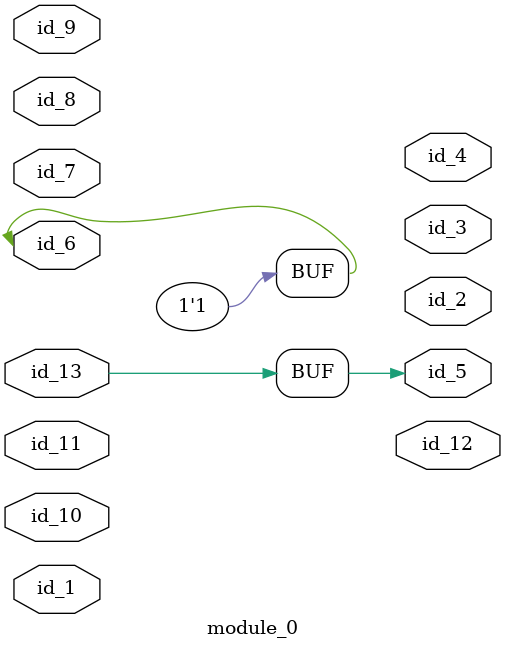
<source format=v>
module module_0 (
    id_1,
    id_2,
    id_3,
    id_4,
    id_5,
    id_6,
    id_7,
    id_8,
    id_9,
    id_10,
    id_11,
    id_12,
    id_13
);
  inout id_13;
  output id_12;
  input id_11;
  input id_10;
  input id_9;
  input id_8;
  inout id_7;
  inout id_6;
  output id_5;
  output id_4;
  output id_3;
  output id_2;
  input id_1;
  assign id_6 = 1 & 1;
  assign id_5 = id_13[1'b0];
  wire id_13;
endmodule

</source>
